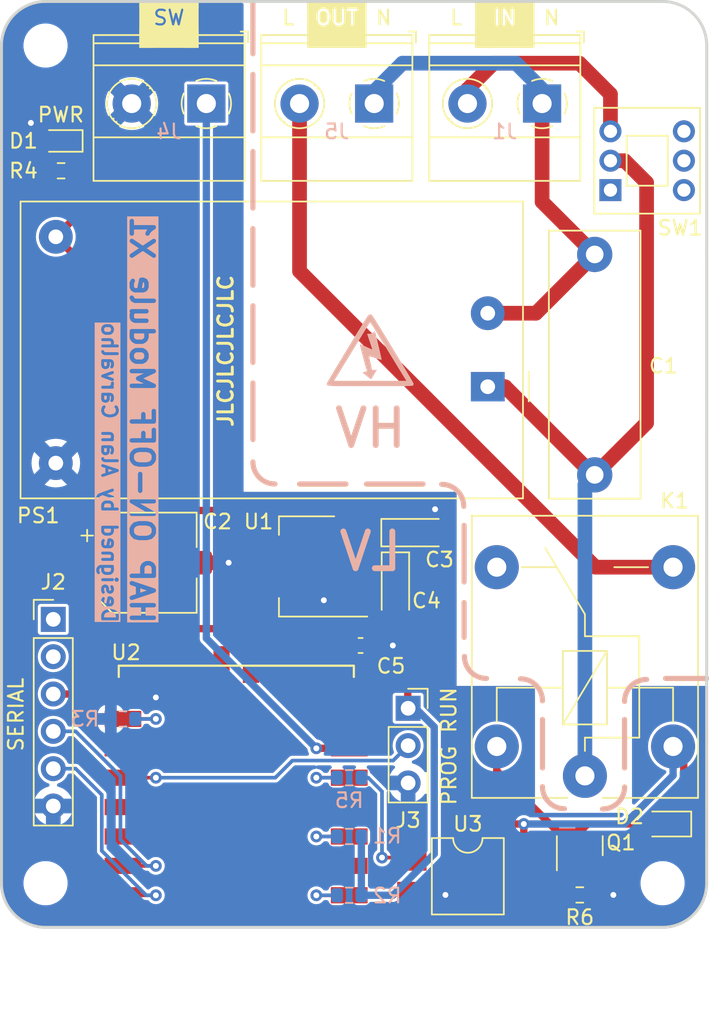
<source format=kicad_pcb>
(kicad_pcb (version 20221018) (generator pcbnew)
  (title_block (title "ON-OFF Module X1") (date "2024-05-02") (rev "1.0") (company "Alan Carvalho"))
  (layers (0 "F.Cu" signal) (31 "B.Cu" signal) (34 "B.Paste" user) (35 "F.Paste" user) (36 "B.SilkS" user "B.Silkscreen") (37 "F.SilkS" user "F.Silkscreen") (38 "B.Mask" user) (39 "F.Mask" user) (44 "Edge.Cuts" user))
  (net 0 "")
  (net 1 "LINE")
  (net 2 "NEUT")
  (net 3 "+12V")
  (net 4 "GND")
  (net 5 "+3.3V")
  (net 6 "SWITCH")
  (net 7 "Net-(D1-A)")
  (net 8 "Net-(D2-A)")
  (net 10 "OUT")
  (net 11 "Net-(J1-Pin_2)")
  (net 14 "TX")
  (net 15 "RX")
  (net 17 "RELAY")
  (net 18 "Net-(Q1-G)")
  (net 19 "Net-(U2-CH_PD)")
  (net 20 "Net-(U2-REST)")
  (net 21 "Net-(U2-GPIO15)")
  (net 22 "FLASH")
  (net 24 "Net-(R5-Pad1)")
  (footprint "Capacitor_SMD:C_0603_1608Metric" (layer "F.Cu") (at 151.283 102.664198)
    (fp_text reference "C5" (at 2.068 1.397) (layer "F.SilkS"))
    (fp_text value "0.1uF" hide)
    (pad "1" smd roundrect (at -0.775 0) (size 0.9 0.95) (layers "F.Cu" "F.Paste" "F.Mask") (net 5 "+3.3V"))
    (pad "2" smd roundrect (at 0.775 0) (size 0.9 0.95) (layers "F.Cu" "F.Paste" "F.Mask") (net 4 "GND"))
  )
  (footprint "Package_TO_SOT_SMD:SOT-23" (layer "F.Cu") (at 166.202 116.289498 90)
    (fp_text reference "Q1" (at 0.208 2.794) (layer "F.SilkS"))
    (fp_text value "2N7002H" hide)
    (pad "1" smd roundrect (at -0.9375 -0.95 90) (size 1.475 0.6) (layers "F.Cu" "F.Paste" "F.Mask") (net 18 "Net-(Q1-G)"))
    (pad "2" smd roundrect (at -0.9375 0.95 90) (size 1.475 0.6) (layers "F.Cu" "F.Paste" "F.Mask") (net 4 "GND"))
    (pad "3" smd roundrect (at 0.9375 0 90) (size 1.475 0.6) (layers "F.Cu" "F.Paste" "F.Mask") (net 8 "Net-(D2-A)"))
  )
  (footprint "MountingHole:MountingHole_2.5mm" (layer "F.Cu") (at 129.837999 61.840352 90)
    (fp_text reference "REF**" hide)
    (fp_text value "MountingHole_2.5mm" hide)
    (pad "" np_thru_hole circle (at 0 0 90) (size 2.5 2.5) (drill 2.5) (layers "F&B.Cu" "*.Mask"))
  )
  (footprint "Diode_SMD:D_SOD-323F" (layer "F.Cu") (at 172.1795 114.811498 180)
    (fp_text reference "D2" (at 2.592 0.508) (layer "F.SilkS"))
    (fp_text value "1N4148" hide)
    (pad "1" smd roundrect (at -1.1 0 180) (size 0.5 0.5) (layers "F.Cu" "F.Paste" "F.Mask") (net 3 "+12V"))
    (pad "2" smd roundrect (at 1.1 0 180) (size 0.5 0.5) (layers "F.Cu" "F.Paste" "F.Mask") (net 8 "Net-(D2-A)"))
  )
  (footprint "Connector_PinSocket_2.54mm:PinSocket_1x03_P2.54mm_Vertical" (layer "F.Cu") (at 154.518 106.937498)
    (fp_text reference "J3" (at 0 7.62) (layer "F.SilkS"))
    (fp_text value "Conn_01x03_Socket" hide)
    (fp_text user "RUN" (at 2.769 0.127 90 unlocked) (layer "F.SilkS"))
    (fp_text user "PROG" (at 2.769 4.572 90 unlocked) (layer "F.SilkS"))
    (pad "1" thru_hole rect (at 0 0) (size 1.7 1.7) (drill 1) (layers "*.Cu" "*.Mask") (net 5 "+3.3V"))
    (pad "2" thru_hole oval (at 0 2.54) (size 1.7 1.7) (drill 1) (layers "*.Cu" "*.Mask") (net 22 "FLASH"))
    (pad "3" thru_hole oval (at 0 5.08) (size 1.7 1.7) (drill 1) (layers "*.Cu" "*.Mask") (net 4 "GND"))
  )
  (footprint "MountingHole:MountingHole_2.5mm" (layer "F.Cu") (at 171.837999 118.840352 -90)
    (fp_text reference "REF**" hide)
    (fp_text value "MountingHole_2.5mm" hide)
    (pad "" np_thru_hole circle (at 0 0 270) (size 2.5 2.5) (drill 2.5) (layers "F&B.Cu" "*.Mask"))
  )
  (footprint "LED_SMD:LED_0603_1608Metric" (layer "F.Cu") (at 130.876 68.329498 180)
    (fp_text reference "D1" (at 2.544 0 180) (layer "F.SilkS"))
    (fp_text value "LED" hide)
    (fp_text user "PWR" (at 0 1.778 unlocked) (layer "F.SilkS"))
    (pad "1" smd roundrect (at -0.7875 0 180) (size 0.875 0.95) (layers "F.Cu" "F.Paste" "F.Mask") (net 4 "GND"))
    (pad "2" smd roundrect (at 0.7875 0 180) (size 0.875 0.95) (layers "F.Cu" "F.Paste" "F.Mask") (net 7 "Net-(D1-A)"))
  )
  (footprint "Relay_THT:Relay_SPDT_Finder_36.11" (layer "F.Cu") (at 166.552 111.535498 90)
    (fp_text reference "K1" (at 18.718 6.096) (layer "F.SilkS"))
    (fp_text value "12V 5A" hide)
    (pad "11" thru_hole circle (at 0 0 90) (size 3 3) (drill 1.3) (layers "*.Cu" "*.Mask") (net 1 "LINE"))
    (pad "12" thru_hole circle (at 14.2 -6 90) (size 3 3) (drill 1.3) (layers "*.Cu" "*.Mask"))
    (pad "14" thru_hole circle (at 14.2 6 90) (size 3 3) (drill 1.3) (layers "*.Cu" "*.Mask") (net 10 "OUT"))
    (pad "A1" thru_hole circle (at 2 6 90) (size 3 3) (drill 1.3) (layers "*.Cu" "*.Mask") (net 3 "+12V"))
    (pad "A2" thru_hole circle (at 2 -6 90) (size 3 3) (drill 1.3) (layers "*.Cu" "*.Mask") (net 8 "Net-(D2-A)"))
  )
  (footprint "TerminalBlock_Phoenix:TerminalBlock_Phoenix_MKDS-1,5-2-5.08_1x02_P5.08mm_Horizontal" (layer "F.Cu") (at 140.783 65.786 180)
    (fp_text reference "J4" (at 2.545 -1.905 180) (layer "B.SilkS") (effects (justify mirror)))
    (fp_text value "Screw_Terminal_01x02" hide)
    (fp_text user "SW" (at 2.545 5.842 unlocked) (layer "F.SilkS" knockout))
    (pad "1" thru_hole rect (at 0 0 180) (size 2.6 2.6) (drill 1.3) (layers "*.Cu" "*.Mask") (net 6 "SWITCH"))
    (pad "2" thru_hole circle (at 5.08 0 180) (size 2.6 2.6) (drill 1.3) (layers "*.Cu" "*.Mask") (net 4 "GND"))
  )
  (footprint "Connector_PinHeader_2.54mm:PinHeader_1x06_P2.54mm_Vertical" (layer "F.Cu") (at 130.364 100.886198)
    (fp_text reference "J2" (at 0 -2.54) (layer "F.SilkS"))
    (fp_text value "Conn_01x06_Socket" hide)
    (fp_text user "SERIAL" (at -2.54 6.477 90 unlocked) (layer "F.SilkS"))
    (pad "1" thru_hole rect (at 0 0) (size 1.7 1.7) (drill 1) (layers "*.Cu" "*.Mask"))
    (pad "2" thru_hole oval (at 0 2.54) (size 1.7 1.7) (drill 1) (layers "*.Cu" "*.Mask"))
    (pad "3" thru_hole oval (at 0 5.08) (size 1.7 1.7) (drill 1) (layers "*.Cu" "*.Mask") (net 5 "+3.3V"))
    (pad "4" thru_hole oval (at 0 7.62) (size 1.7 1.7) (drill 1) (layers "*.Cu" "*.Mask") (net 14 "TX"))
    (pad "5" thru_hole oval (at 0 10.16) (size 1.7 1.7) (drill 1) (layers "*.Cu" "*.Mask") (net 15 "RX"))
    (pad "6" thru_hole oval (at 0 12.7) (size 1.7 1.7) (drill 1) (layers "*.Cu" "*.Mask") (net 4 "GND"))
  )
  (footprint "TerminalBlock_Phoenix:TerminalBlock_Phoenix_MKDS-1,5-2-5.08_1x02_P5.08mm_Horizontal" (layer "F.Cu") (at 163.638 65.786 180)
    (fp_text reference "J1" (at 2.545 -1.905) (layer "B.SilkS") (effects (justify mirror)))
    (fp_text value "Screw_Terminal_01x02" hide)
    (fp_text user "N" (at -0.65119 5.842 unlocked) (layer "F.SilkS"))
    (fp_text user "IN" (at 2.545 5.842 unlocked) (layer "F.SilkS" knockout))
    (fp_text user "L" (at 5.850238 5.842 unlocked) (layer "F.SilkS"))
    (pad "1" thru_hole rect (at 0 0 180) (size 2.6 2.6) (drill 1.3) (layers "*.Cu" "*.Mask") (net 2 "NEUT"))
    (pad "2" thru_hole circle (at 5.08 0 180) (size 2.6 2.6) (drill 1.3) (layers "*.Cu" "*.Mask") (net 11 "Net-(J1-Pin_2)"))
  )
  (footprint "Package_TO_SOT_SMD:SOT-223-3_TabPin2" (layer "F.Cu") (at 147.636 97.285498 180)
    (fp_text reference "U1" (at 3.302001 3.048) (layer "F.SilkS"))
    (fp_text value "AMS1117-3.3" hide)
    (pad "1" smd rect (at -3.15 -2.3 180) (size 2 1.5) (layers "F.Cu" "F.Paste" "F.Mask") (net 4 "GND"))
    (pad "2" smd rect (at -3.15 0 180) (size 2 1.5) (layers "F.Cu" "F.Paste" "F.Mask") (net 5 "+3.3V"))
    (pad "2" smd rect (at 3.15 0 180) (size 2 3.8) (layers "F.Cu" "F.Paste" "F.Mask") (net 5 "+3.3V"))
    (pad "3" smd rect (at -3.15 2.3 180) (size 2 1.5) (layers "F.Cu" "F.Paste" "F.Mask") (net 3 "+12V"))
  )
  (footprint "Resistor_SMD:R_0603_1608Metric" (layer "F.Cu") (at 166.202 119.637498)
    (fp_text reference "R6" (at 0 1.524 180) (layer "F.SilkS"))
    (fp_text value "10k" hide)
    (pad "1" smd roundrect (at -0.825 0) (size 0.8 0.95) (layers "F.Cu" "F.Paste" "F.Mask") (net 18 "Net-(Q1-G)"))
    (pad "2" smd roundrect (at 0.825 0) (size 0.8 0.95) (layers "F.Cu" "F.Paste" "F.Mask") (net 4 "GND"))
  )
  (footprint "Capacitor_Tantalum_SMD:CP_EIA-3216-18_Kemet-A" (layer "F.Cu") (at 153.652 98.635498 -90)
    (fp_text reference "C4" (at 0.9807 -2.112 -180) (layer "F.SilkS"))
    (fp_text value "10uF" hide)
    (pad "1" smd roundrect (at -1.35 0 270) (size 1.4 1.35) (layers "F.Cu" "F.Paste" "F.Mask") (roundrect_rratio 0.1851851852) (net 5 "+3.3V"))
    (pad "2" smd roundrect (at 1.35 0 270) (size 1.4 1.35) (layers "F.Cu" "F.Paste" "F.Mask") (roundrect_rratio 0.1851851852) (net 4 "GND"))
  )
  (footprint "ESP8266:ESP-12E_SMD" (layer "F.Cu") (at 149.808 119.660998 180)
    (fp_text reference "U2" (at 14.493 16.524 180) (layer "F.SilkS"))
    (fp_text value "ESP-12E" hide)
    (pad "1" smd rect (at 0 0 180) (size 2.5 1.1) (drill (offset -0.7 0)) (layers "F.Cu" "F.Paste" "F.Mask") (net 20 "Net-(U2-REST)"))
    (pad "2" smd rect (at 0 2 180) (size 2.5 1.1) (drill (offset -0.7 0)) (layers "F.Cu" "F.Paste" "F.Mask"))
    (pad "3" smd rect (at 0 4 180) (size 2.5 1.1) (drill (offset -0.7 0)) (layers "F.Cu" "F.Paste" "F.Mask") (net 19 "Net-(U2-CH_PD)"))
    (pad "4" smd rect (at 0 6 180) (size 2.5 1.1) (drill (offset -0.7 0)) (layers "F.Cu" "F.Paste" "F.Mask"))
    (pad "5" smd rect (at 0 8 180) (size 2.5 1.1) (drill (offset -0.7 0)) (layers "F.Cu" "F.Paste" "F.Mask") (net 17 "RELAY"))
    (pad "6" smd rect (at 0 10 180) (size 2.5 1.1) (drill (offset -0.7 0)) (layers "F.Cu" "F.Paste" "F.Mask") (net 6 "SWITCH"))
    (pad "7" smd rect (at 0 12 180) (size 2.5 1.1) (drill (offset -0.7 0)) (layers "F.Cu" "F.Paste" "F.Mask"))
    (pad "8" smd rect (at 0 14 180) (size 2.5 1.1) (drill (offset -0.7 0)) (layers "F.Cu" "F.Paste" "F.Mask") (net 5 "+3.3V"))
    (pad "9" smd rect (at 14 14 180) (size 2.5 1.1) (drill (offset 0.7 0)) (layers "F.Cu" "F.Paste" "F.Mask") (net 4 "GND"))
    (pad "10" smd rect (at 14 12 180) (size 2.5 1.1) (drill (offset 0.7 0)) (layers "F.Cu" "F.Paste" "F.Mask") (net 21 "Net-(U2-GPIO15)"))
    (pad "11" smd rect (at 14 10 180) (size 2.5 1.1) (drill (offset 0.7 0)) (layers "F.Cu" "F.Paste" "F.Mask"))
    (pad "12" smd rect (at 14 8 180) (size 2.5 1.1) (drill (offset 0.7 0)) (layers "F.Cu" "F.Paste" "F.Mask") (net 22 "FLASH"))
    (pad "13" smd rect (at 14 6 180) (size 2.5 1.1) (drill (offset 0.7 0)) (layers "F.Cu" "F.Paste" "F.Mask"))
    (pad "14" smd rect (at 14 4 180) (size 2.5 1.1) (drill (offset 0.7 0)) (layers "F.Cu" "F.Paste" "F.Mask"))
    (pad "15" smd rect (at 14 2 180) (size 2.5 1.1) (drill (offset 0.7 0)) (layers "F.Cu" "F.Paste" "F.Mask") (net 14 "TX"))
    (pad "16" smd rect (at 14 0 180) (size 2.5 1.1) (drill (offset 0.7 0)) (layers "F.Cu" "F.Paste" "F.Mask") (net 15 "RX"))
    (pad "17" smd rect (at 1.99 15 270) (size 2.5 1.1) (drill (offset -0.7 0)) (layers "F.Cu" "F.Paste" "F.Mask"))
    (pad "18" smd rect (at 3.99 15 270) (size 2.5 1.1) (drill (offset -0.7 0)) (layers "F.Cu" "F.Paste" "F.Mask"))
    (pad "19" smd rect (at 5.99 15 270) (size 2.5 1.1) (drill (offset -0.7 0)) (layers "F.Cu" "F.Paste" "F.Mask"))
    (pad "20" smd rect (at 7.99 15 270) (size 2.5 1.1) (drill (offset -0.7 0)) (layers "F.Cu" "F.Paste" "F.Mask"))
    (pad "21" smd rect (at 9.99 15 270) (size 2.5 1.1) (drill (offset -0.7 0)) (layers "F.Cu" "F.Paste" "F.Mask"))
    (pad "22" smd rect (at 11.99 15 270) (size 2.5 1.1) (drill (offset -0.7 0)) (layers "F.Cu" "F.Paste" "F.Mask"))
  )
  (footprint "Capacitor_THT:C_Rect_L18.0mm_W6.0mm_P15.00mm_FKS3_FKP3" (layer "F.Cu") (at 167.218 91.053498 90)
    (fp_text reference "C1" (at 7.42 4.674) (layer "F.SilkS"))
    (fp_text value "0.1uF" hide)
    (pad "1" thru_hole circle (at 0 0 90) (size 2.4 2.4) (drill 1.2) (layers "*.Cu" "*.Mask") (net 1 "LINE"))
    (pad "2" thru_hole circle (at 15 0 90) (size 2.4 2.4) (drill 1.2) (layers "*.Cu" "*.Mask") (net 2 "NEUT"))
  )
  (footprint "Package_DIP:SMDIP-4_W7.62mm" (layer "F.Cu") (at 158.582 118.367498)
    (fp_text reference "U3" (at 0 -3.556 180) (layer "F.SilkS"))
    (fp_text value "PC817" hide)
    (pad "1" smd rect (at -3.81 -1.27) (size 2 1.78) (layers "F.Cu" "F.Paste" "F.Mask") (net 24 "Net-(R5-Pad1)"))
    (pad "2" smd rect (at -3.81 1.27) (size 2 1.78) (layers "F.Cu" "F.Paste" "F.Mask") (net 4 "GND"))
    (pad "3" smd rect (at 3.81 1.27) (size 2 1.78) (layers "F.Cu" "F.Paste" "F.Mask") (net 18 "Net-(Q1-G)"))
    (pad "4" smd rect (at 3.81 -1.27) (size 2 1.78) (layers "F.Cu" "F.Paste" "F.Mask") (net 3 "+12V"))
  )
  (footprint "Converter_ACDC:Converter_ACDC_HiLink_HLK-PMxx" (layer "F.Cu") (at 159.9365 85.053498 180)
    (fp_text reference "PS1" (at 30.5965 -8.772) (layer "F.SilkS"))
    (fp_text value "HLK-PM12" hide)
    (pad "1" thru_hole rect (at 0 0 180) (size 2.3 2) (drill 1) (layers "*.Cu" "*.Mask") (net 1 "LINE"))
    (pad "2" thru_hole circle (at 0 5 180) (size 2.3 2.3) (drill 1) (layers "*.Cu" "*.Mask") (net 2 "NEUT"))
    (pad "3" thru_hole circle (at 29.4 -5.2 180) (size 2.3 2.3) (drill 1) (layers "*.Cu" "*.Mask") (net 4 "GND"))
    (pad "4" thru_hole circle (at 29.4 10.2 180) (size 2.3 2.3) (drill 1) (layers "*.Cu" "*.Mask") (net 3 "+12V"))
  )
  (footprint "Capacitor_Tantalum_SMD:CP_EIA-3216-18_Kemet-A" (layer "F.Cu") (at 155.002 94.985499)
    (fp_text reference "C3" (at 1.651 1.836699) (layer "F.SilkS"))
    (fp_text value "10uF" hide)
    (pad "1" smd roundrect (at -1.35 0) (size 1.4 1.35) (layers "F.Cu" "F.Paste" "F.Mask") (roundrect_rratio 0.1851851852) (net 3 "+12V"))
    (pad "2" smd roundrect (at 1.35 0) (size 1.4 1.35) (layers "F.Cu" "F.Paste" "F.Mask") (roundrect_rratio 0.1851851852) (net 4 "GND"))
  )
  (footprint "TerminalBlock_Phoenix:TerminalBlock_Phoenix_MKDS-1,5-2-5.08_1x02_P5.08mm_Horizontal" (layer "F.Cu") (at 152.208 65.786 180)
    (fp_text reference "J5" (at 2.545 -1.905) (layer "B.SilkS") (effects (justify mirror)))
    (fp_text value "Screw_Terminal_01x02" hide)
    (fp_text user "N" (at -0.65119 5.842 unlocked) (layer "F.SilkS"))
    (fp_text user "L" (at 5.850238 5.842 unlocked) (layer "F.SilkS"))
    (fp_text user "OUT" (at 2.545 5.842 unlocked) (layer "F.SilkS" knockout))
    (pad "1" thru_hole rect (at 0 0 180) (size 2.6 2.6) (drill 1.3) (layers "*.Cu" "*.Mask") (net 2 "NEUT"))
    (pad "2" thru_hole circle (at 5.08 0 180) (size 2.6 2.6) (drill 1.3) (layers "*.Cu" "*.Mask") (net 10 "OUT"))
  )
  (footprint "MountingHole:MountingHole_2.5mm" (layer "F.Cu") (at 129.837999 118.840352 90)
    (fp_text reference "REF**" hide)
    (fp_text value "MountingHole_2.5mm" hide)
    (pad "" np_thru_hole circle (at 0 0 90) (size 2.5 2.5) (drill 2.5) (layers "*.Cu" "*.Mask"))
  )
  (footprint "MountingHole:MountingHole_2.5mm" (layer "F.Cu") (at 171.837999 61.840352 -90)
    (fp_text reference "REF**" hide)
    (fp_text value "MountingHole_2.5mm" hide)
    (pad "" np_thru_hole circle (at 0 0 270) (size 2.5 2.5) (drill 2.5) (layers "F&B.Cu" "*.Mask"))
  )
  (footprint "Capacitor_SMD:CP_Elec_6.3x7.7" (layer "F.Cu") (at 136.714 97.031498)
    (fp_text reference "C2" (at 4.826 -2.794) (layer "F.SilkS"))
    (fp_text value "100uF" hide)
    (pad "1" smd roundrect (at -2.7 0) (size 3.5 1.6) (layers "F.Cu" "F.Paste" "F.Mask") (roundrect_rratio 0.15625) (net 3 "+12V"))
    (pad "2" smd roundrect (at 2.7 0) (size 3.5 1.6) (layers "F.Cu" "F.Paste" "F.Mask") (roundrect_rratio 0.15625) (net 4 "GND"))
  )
  (footprint "Resistor_SMD:R_0603_1608Metric" (layer "F.Cu") (at 130.896 70.361498)
    (fp_text reference "R4" (at -2.564 0) (layer "F.SilkS"))
    (fp_text value "2.2k" hide)
    (pad "1" smd roundrect (at -0.825 0) (size 0.8 0.95) (layers "F.Cu" "F.Paste" "F.Mask") (net 7 "Net-(D1-A)"))
    (pad "2" smd roundrect (at 0.825 0) (size 0.8 0.95) (layers "F.Cu" "F.Paste" "F.Mask") (net 3 "+12V"))
  )
  (footprint "MyLibrary:Toggle_Switch_SelfLocking_7x7" (layer "F.Cu") (at 170.79 69.676198 90)
    (fp_text reference "SW1" (at -4.572 2.246 unlocked) (layer "F.SilkS"))
    (fp_text value "SW_SPDT" hide)
    (pad "1" thru_hole rect (at -2 -2.5 90) (size 1.5 1.5) (drill 0.9) (layers "*.Cu" "*.Mask"))
    (pad "2" thru_hole circle (at 0 -2.5 90) (size 1.5 1.5) (drill 0.9) (layers "*.Cu" "*.Mask") (net 1 "LINE"))
    (pad "3" thru_hole circle (at 2 -2.5 90) (size 1.5 1.5) (drill 0.9) (layers "*.Cu" "*.Mask") (net 11 "Net-(J1-Pin_2)"))
    (pad "4" thru_hole circle (at -2 2.5 90) (size 1.5 1.5) (drill 0.9) (layers "*.Cu" "*.Mask"))
    (pad "5" thru_hole circle (at 0 2.5 90) (size 1.5 1.5) (drill 0.9) (layers "*.Cu" "*.Mask"))
    (pad "6" thru_hole circle (at 2 2.5 90) (size 1.5 1.5) (drill 0.9) (layers "*.Cu" "*.Mask"))
  )
  (footprint "Resistor_SMD:R_0603_1608Metric" (layer "B.Cu") (at 150.508 111.661003 180)
    (fp_text reference "R5" (at 0 -1.544195 180) (layer "B.SilkS") (effects (justify mirror)))
    (fp_text value "390" hide)
    (pad "1" smd roundrect (at -0.825 0 180) (size 0.8 0.95) (layers "B.Cu" "B.Paste" "B.Mask") (net 24 "Net-(R5-Pad1)"))
    (pad "2" smd roundrect (at 0.825 0 180) (size 0.8 0.95) (layers "B.Cu" "B.Paste" "B.Mask") (net 17 "RELAY"))
  )
  (footprint "Resistor_SMD:R_0603_1608Metric" (layer "B.Cu") (at 150.508 119.661002 180)
    (fp_text reference "R2" (at -2.587 -0.025498 180) (layer "B.SilkS") (effects (justify mirror)))
    (fp_text value "10k" hide)
    (pad "1" smd roundrect (at -0.825 0 180) (size 0.8 0.95) (layers "B.Cu" "B.Paste" "B.Mask") (net 5 "+3.3V"))
    (pad "2" smd roundrect (at 0.825 0 180) (size 0.8 0.95) (layers "B.Cu" "B.Paste" "B.Mask") (net 20 "Net-(U2-REST)"))
  )
  (footprint "LOGO" (layer "B.Cu") (at 151.954 82.553498 180)
    (fp_text reference "G***" hide)
    (fp_text value "LOGO" hide)
  )
  (footprint "Resistor_SMD:R_0603_1608Metric" (layer "B.Cu") (at 135.108 107.661004 180)
    (fp_text reference "R3" (at 2.587 0 180) (layer "B.SilkS") (effects (justify mirror)))
    (fp_text value "10k" hide)
    (pad "1" smd roundrect (at -0.825 0 180) (size 0.8 0.95) (layers "B.Cu" "B.Paste" "B.Mask") (net 21 "Net-(U2-GPIO15)"))
    (pad "2" smd roundrect (at 0.825 0 180) (size 0.8 0.95) (layers "B.Cu" "B.Paste" "B.Mask") (net 4 "GND"))
  )
  (footprint "Resistor_SMD:R_0603_1608Metric" (layer "B.Cu") (at 150.508 115.661005 180)
    (fp_text reference "R1" (at -2.587 0.038505 180) (layer "B.SilkS") (effects (justify mirror)))
    (fp_text value "10k" hide)
    (pad "1" smd roundrect (at -0.825 0 180) (size 0.8 0.95) (layers "B.Cu" "B.Paste" "B.Mask") (net 5 "+3.3V"))
    (pad "2" smd roundrect (at 0.825 0 180) (size 0.8 0.95) (layers "B.Cu" "B.Paste" "B.Mask") (net 19 "Net-(U2-CH_PD)"))
  )
  (gr_line (start 169.25 107.699498) (end 169.25 111.001498) (stroke (width 0.35) (type dash)) (layer "B.SilkS"))
  (gr_arc (start 145.453 91.673498) (mid 144.39234 91.234158) (end 143.953 90.173498) (stroke (width 0.35)) (layer "B.SilkS"))
  (gr_arc (start 162.162 104.929498) (mid 163.22266 105.368838) (end 163.662 106.429498) (stroke (width 0.35)) (layer "B.SilkS"))
  (gr_line (start 158.328 94.491498) (end 158.328 102.111498) (stroke (width 0.35) (type dash)) (layer "B.SilkS"))
  (gr_line (start 163.662 107.699498) (end 163.662 111.001498) (stroke (width 0.35) (type dash)) (layer "B.SilkS"))
  (gr_arc (start 159.852 104.905498) (mid 158.79134 104.466158) (end 158.352 103.405498) (stroke (width 0.35)) (layer "B.SilkS"))
  (gr_arc (start 165.162 113.771498) (mid 164.10134 113.332158) (end 163.662 112.271498) (stroke (width 0.35)) (layer "B.SilkS"))
  (gr_line (start 155.534 91.673498) (end 147.128 91.673498) (stroke (width 0.35) (type dash)) (layer "B.SilkS"))
  (gr_arc (start 156.804 91.697498) (mid 157.86466 92.136838) (end 158.304 93.197498) (stroke (width 0.35)) (layer "B.SilkS"))
  (gr_arc (start 169.25 112.295498) (mid 168.81066 113.356158) (end 167.75 113.795498) (stroke (width 0.35)) (layer "B.SilkS"))
  (gr_line (start 143.953 88.649498) (end 143.953 58.931498) (stroke (width 0.35) (type dash)) (layer "B.SilkS"))
  (gr_arc (start 169.25 106.474144) (mid 169.689353 105.413483) (end 170.75 104.974144) (stroke (width 0.35)) (layer "B.SilkS"))
  (gr_line (start 172.044 104.905498) (end 174.838 104.905498) (stroke (width 0.35) (type dash)) (layer "B.SilkS"))
  (gr_line (start 163.662 107.699498) (end 163.662 111.001498) (stroke (width 0.35) (type dash)) (layer "F.SilkS"))
  (gr_line (start 169.25 107.699498) (end 169.25 111.001498) (stroke (width 0.35) (type dash)) (layer "F.SilkS"))
  (gr_rect (start 151.1997 58.823798) (end 151.6569 61.973398) (stroke (width 0.05)) (fill solid) (layer "F.SilkS"))
  (gr_rect (start 159.0991 60.601798) (end 163.0869 61.973398) (stroke (width 0.05)) (fill solid) (layer "F.SilkS"))
  (gr_rect (start 139.3175 58.823798) (end 140.2319 61.973398) (stroke (width 0.05)) (fill solid) (layer "F.SilkS"))
  (gr_arc (start 159.852 104.905498) (mid 158.79134 104.466158) (end 158.352 103.405498) (stroke (width 0.35)) (layer "F.SilkS"))
  (gr_rect (start 136.2441 58.823798) (end 137.2093 61.973398) (stroke (width 0.05)) (fill solid) (layer "F.SilkS"))
  (gr_line (start 158.328 94.491498) (end 158.328 102.111498) (stroke (width 0.35) (type dash)) (layer "F.SilkS"))
  (gr_arc (start 145.453 91.673498) (mid 144.39234 91.234158) (end 143.953 90.173498) (stroke (width 0.35)) (layer "F.SilkS"))
  (gr_rect (start 159.0991 58.823798) (end 160.3691 61.973398) (stroke (width 0.05)) (fill solid) (layer "F.SilkS"))
  (gr_arc (start 165.162 113.771498) (mid 164.10134 113.332158) (end 163.662 112.271498) (stroke (width 0.35)) (layer "F.SilkS"))
  (gr_rect (start 159.0991 58.823798) (end 163.0869 59.280998) (stroke (width 0.05)) (fill solid) (layer "F.SilkS"))
  (gr_rect (start 147.6691 58.823798) (end 151.6569 59.280998) (stroke (width 0.05)) (fill solid) (layer "F.SilkS"))
  (gr_arc (start 162.162 104.929498) (mid 163.22266 105.368838) (end 163.662 106.429498) (stroke (width 0.35)) (layer "F.SilkS"))
  (gr_line (start 172.044 104.905498) (end 174.838 104.905498) (stroke (width 0.35) (type dash)) (layer "F.SilkS"))
  (gr_arc (start 156.804 91.697498) (mid 157.86466 92.136838) (end 158.304 93.197498) (stroke (width 0.35)) (layer "F.SilkS"))
  (gr_line (start 155.534 91.697498) (end 147.128 91.697498) (stroke (width 0.35) (type dash)) (layer "F.SilkS"))
  (gr_rect (start 136.2441 58.823798) (end 140.2319 59.280998) (stroke (width 0.05)) (fill solid) (layer "F.SilkS"))
  (gr_arc (start 169.25 106.474144) (mid 169.689353 105.413483) (end 170.75 104.974144) (stroke (width 0.35)) (layer "F.SilkS"))
  (gr_rect (start 136.2441 60.601798) (end 140.2319 61.973398) (stroke (width 0.05)) (fill solid) (layer "F.SilkS"))
  (gr_rect (start 161.8169 58.823798) (end 163.0869 61.973398) (stroke (width 0.05)) (fill solid) (layer "F.SilkS"))
  (gr_rect (start 147.6691 58.823798) (end 148.2279 61.973398) (stroke (width 0.05)) (fill solid) (layer "F.SilkS"))
  (gr_line (start 143.953 88.649498) (end 143.953 58.931498) (stroke (width 0.35) (type dash)) (layer "F.SilkS"))
  (gr_rect (start 147.6691 60.601798) (end 151.6569 61.973398) (stroke (width 0.05)) (fill solid) (layer "F.SilkS"))
  (gr_arc (start 169.25 112.271498) (mid 168.81066 113.332158) (end 167.75 113.771498) (stroke (width 0.35)) (layer "F.SilkS"))
  (gr_line (start 129.837999 58.840352) (end 171.843033 58.840352) (stroke (width 0.2)) (layer "Edge.Cuts"))
  (gr_arc (start 129.837999 121.840352) (mid 127.716656 120.961695) (end 126.837999 118.840352) (stroke (width 0.2)) (layer "Edge.Cuts"))
  (gr_line (start 126.837999 118.840352) (end 126.837999 61.840352) (stroke (width 0.2)) (layer "Edge.Cuts"))
  (gr_line (start 129.837999 121.840352) (end 171.838 121.840352) (stroke (width 0.2)) (layer "Edge.Cuts"))
  (gr_line (start 174.843033 61.840352) (end 174.838 118.840352) (stroke (width 0.2)) (layer "Edge.Cuts"))
  (gr_arc (start 171.843033 58.840352) (mid 173.964376 59.719009) (end 174.843033 61.840352) (stroke (width 0.2)) (layer "Edge.Cuts"))
  (gr_arc (start 126.837999 61.840352) (mid 127.716656 59.719009) (end 129.837999 58.840352) (stroke (width 0.2)) (layer "Edge.Cuts"))
  (gr_arc (start 174.838 118.840352) (mid 173.959337 120.961702) (end 171.838 121.840352) (stroke (width 0.2)) (layer "Edge.Cuts"))
  (gr_text "LV" (at 151.954 96.269498) (layer "B.SilkS") (effects (font (size 2.5 2.5) (thickness 0.4) bold) (justify mirror)))
  (gr_text "HV" (at 151.954 87.887498) (layer "B.SilkS") (effects (font (size 2.5 2.5) (thickness 0.4) bold) (justify mirror)))
  (gr_text "Designed by Alan Carvalho" (at 133.592857 101.221927 270) (layer "B.SilkS" knockout) (effects (font (size 1 1) (thickness 0.2) bold) (justify left bottom mirror)))
  (gr_text "HAP ON-OFF Module X1" (at 136.386857 87.314212 270) (layer "B.SilkS" knockout) (effects (font (size 1.5 1.5) (thickness 0.3) bold) (justify mirror)))
  (gr_text "JLCJLCJLCJLC" (at 142.683 87.896356 90) (layer "F.SilkS") (effects (font (size 1 1) (thickness 0.2) bold) (justify left bottom)))
  (segment (start 169.258 69.676198) (end 170.75 71.168198) (width 1) (layer "F.Cu") (net 1))
  (segment (start 170.75 87.521498) (end 167.218 91.053498) (width 1) (layer "F.Cu") (net 1))
  (segment (start 168.29 69.676198) (end 169.258 69.676198) (width 1) (layer "F.Cu") (net 1))
  (segment (start 161.11565 85.053498) (end 167.11565 91.053498) (width 1) (layer "F.Cu") (net 1))
  (segment (start 159.9365 85.053498) (end 161.11565 85.053498) (width 1) (layer "F.Cu") (net 1))
  (segment (start 167.11565 91.053498) (end 167.218 91.053498) (width 1) (layer "F.Cu") (net 1))
  (segment (start 170.75 71.168198) (end 170.75 87.521498) (width 1) (layer "F.Cu") (net 1))
  (segment (start 166.552 91.719498) (end 167.218 91.053498) (width 1) (layer "B.Cu") (net 1))
  (segment (start 166.552 111.535498) (end 166.552 91.719498) (width 1) (layer "B.Cu") (net 1))
  (segment (start 163.218 80.053498) (end 167.218 76.053498) (width 1) (layer "F.Cu") (net 2))
  (segment (start 159.9365 80.053498) (end 163.218 80.053498) (width 1) (layer "F.Cu") (net 2))
  (segment (start 163.638 72.473498) (end 167.218 76.053498) (width 1) (layer "F.Cu") (net 2))
  (segment (start 163.638 66.043498) (end 163.638 72.473498) (width 1) (layer "F.Cu") (net 2))
  (segment (start 163.638 64.818198) (end 161.86 63.040198) (width 1) (layer "B.Cu") (net 2))
  (segment (start 152.208 64.962) (end 152.208 65.786) (width 1) (layer "B.Cu") (net 2))
  (segment (start 163.638 66.043498) (end 163.638 64.818198) (width 1) (layer "B.Cu") (net 2))
  (segment (start 154.129802 63.040198) (end 152.208 64.962) (width 1) (layer "B.Cu") (net 2))
  (segment (start 161.86 63.040198) (end 154.129802 63.040198) (width 1) (layer "B.Cu") (net 2))
  (segment (start 173.2795 114.811498) (end 173.2795 110.262998) (width 0.5) (layer "F.Cu") (net 3))
  (segment (start 162.392 117.097498) (end 162.392 114.811498) (width 0.5) (layer "F.Cu") (net 3))
  (segment (start 130.5365 74.853498) (end 134.014 78.330998) (width 0.5) (layer "F.Cu") (net 3))
  (segment (start 131.721 73.668998) (end 130.5365 74.853498) (width 0.5) (layer "F.Cu") (net 3))
  (segment (start 134.014 97.031498) (end 137.57 93.475498) (width 0.5) (layer "F.Cu") (net 3))
  (segment (start 134.014 78.330998) (end 134.014 97.031498) (width 0.5) (layer "F.Cu") (net 3))
  (segment (start 150.786001 94.985499) (end 153.652 94.985499) (width 0.5) (layer "F.Cu") (net 3))
  (segment (start 153.652 94.202198) (end 153.652 94.985499) (width 0.5) (layer "F.Cu") (net 3))
  (segment (start 160.36 114.811498) (end 157.312 111.763498) (width 0.5) (layer "F.Cu") (net 3))
  (segment (start 150.786 94.985498) (end 150.786001 94.985499) (width 0.5) (layer "F.Cu") (net 3))
  (segment (start 157.312 111.763498) (end 157.312 98.497198) (width 0.5) (layer "F.Cu") (net 3))
  (segment (start 173.2795 110.262998) (end 172.552 109.535498) (width 0.5) (layer "F.Cu") (net 3))
  (segment (start 137.57 93.475498) (end 152.9253 93.475498) (width 0.5) (layer "F.Cu") (net 3))
  (segment (start 131.721 70.361498) (end 131.721 73.668998) (width 0.5) (layer "F.Cu") (net 3))
  (segment (start 153.800301 94.985499) (end 153.652 94.985499) (width 0.5) (layer "F.Cu") (net 3))
  (segment (start 152.9253 93.475498) (end 153.652 94.202198) (width 0.5) (layer "F.Cu") (net 3))
  (segment (start 157.312 98.497198) (end 153.800301 94.985499) (width 0.5) (layer "F.Cu") (net 3))
  (segment (start 173.2795 110.612998) (end 172.202 109.535498) (width 0.5) (layer "F.Cu") (net 3))
  (segment (start 162.392 114.811498) (end 160.36 114.811498) (width 0.5) (layer "F.Cu") (net 3))
  (via (at 162.392 114.811498) (size 0.8) (drill 0.4) (layers "F.Cu" "B.Cu") (net 3))
  (segment (start 162.392 114.811498) (end 169.25 114.811498) (width 0.5) (layer "B.Cu") (net 3))
  (segment (start 169.25 114.811498) (end 172.552 111.509498) (width 0.5) (layer "B.Cu") (net 3))
  (segment (start 172.552 111.509498) (end 172.552 109.535498) (width 0.5) (layer "B.Cu") (net 3))
  (segment (start 140.708 97.031498) (end 142.302 97.031498) (width 1) (layer "F.Cu") (net 4))
  (segment (start 153.252 99.585498) (end 153.652 99.985498) (width 0.5) (layer "F.Cu") (net 4))
  (segment (start 167.027 119.637498) (end 168.488 119.637498) (width 0.5) (layer "F.Cu") (net 4))
  (segment (start 130.4382 67.104198) (end 131.6635 68.329498) (width 0.25) (layer "F.Cu") (net 4))
  (segment (start 148.779 99.585499) (end 150.786 99.585498) (width 0.5) (layer "F.Cu") (net 4))
  (segment (start 150.786 99.585498) (end 153.252 99.585498) (width 0.5) (layer "F.Cu") (net 4))
  (segment (start 135.808 105.660998) (end 136.808997 105.660998) (width 0.25) (layer "F.Cu") (net 4))
  (segment (start 154.772 119.637498) (end 157.058 119.637498) (width 0.5) (layer "F.Cu") (net 4))
  (segment (start 153.478 102.664198) (end 152.058 102.664198) (width 0.5) (layer "F.Cu") (net 4))
  (segment (start 167.152 117.226998) (end 167.152 119.512498) (width 0.5) (layer "F.Cu") (net 4))
  (segment (start 136.808997 105.660998) (end 137.346999 106.199) (width 0.25) (layer "F.Cu") (net 4))
  (segment (start 167.152 119.512498) (end 167.027 119.637498) (width 0.5) (layer "F.Cu") (net 4))
  (segment (start 128.84 67.104198) (end 130.4382 67.104198) (width 0.25) (layer "F.Cu") (net 4))
  (segment (start 156.352 93.393198) (end 156.352 94.985499) (width 0.5) (layer "F.Cu") (net 4))
  (via (at 148.779 99.585499) (size 0.8) (drill 0.4) (layers "F.Cu" "B.Cu") (net 4))
  (via (at 157.058 119.637498) (size 0.8) (drill 0.4) (layers "F.Cu" "B.Cu") (net 4))
  (via (at 128.84 67.104198) (size 0.8) (drill 0.4) (layers "F.Cu" "B.Cu") (net 4))
  (via (at 156.352 93.393198) (size 0.8) (drill 0.4) (layers "F.Cu" "B.Cu") (net 4))
  (via (at 153.478 102.664198) (size 0.8) (drill 0.4) (layers "F.Cu" "B.Cu") (net 4))
  (via (at 168.488 119.637498) (size 0.8) (drill 0.4) (layers "F.Cu" "B.Cu") (net 4))
  (via (at 142.302 97.031498) (size 0.8) (drill 0.4) (layers "F.Cu" "B.Cu") (net 4))
  (via (at 137.346999 106.199) (size 0.8) (drill 0.4) (layers "F.Cu" "B.Cu") (net 4))
  (segment (start 150.786 97.285498) (end 153.652 97.285498) (width 0.5) (layer "F.Cu") (net 5))
  (segment (start 150.508 102.234198) (end 149.795 101.521198) (width 0.5) (layer "F.Cu") (net 5))
  (segment (start 150.508 102.664198) (end 150.508 102.234198) (width 0.5) (layer "F.Cu") (net 5))
  (segment (start 150.508 102.078198) (end 151.065 101.521198) (width 0.5) (layer "F.Cu") (net 5))
  (segment (start 150.508 104.960998) (end 149.808 105.660998) (width 0.5) (layer "F.Cu") (net 5))
  (segment (start 151.065 101.521198) (end 155.002 101.521198) (width 0.5) (layer "F.Cu") (net 5))
  (segment (start 154.518 106.937498) (end 154.494 106.913498) (width 0.5) (layer "F.Cu") (net 5))
  (segment (start 150.508 102.664198) (end 150.508 102.078198) (width 0.5) (layer "F.Cu") (net 5))
  (segment (start 155.129 101.648198) (end 155.129 98.092198) (width 0.5) (layer "F.Cu") (net 5))
  (segment (start 144.486 97.285498) (end 150.786 97.285498) (width 0.5) (layer "F.Cu") (net 5))
  (segment (start 149.795 101.521198) (end 136.0583 101.521198) (width 0.5) (layer "F.Cu") (net 5))
  (segment (start 155.002 101.521198) (end 155.129 101.648198) (width 0.5) (layer "F.Cu") (net 5))
  (segment (start 131.6133 105.966198) (end 130.364 105.966198) (width 0.5) (layer "F.Cu") (net 5))
  (segment (start 154.494 102.283198) (end 155.129 101.648198) (width 0.5) (layer "F.Cu") (net 5))
  (segment (start 136.0583 101.521198) (end 131.6133 105.966198) (width 0.5) (layer "F.Cu") (net 5))
  (segment (start 150.508 102.664198) (end 150.508 104.960998) (width 0.5) (layer "F.Cu") (net 5))
  (segment (start 154.3223 97.285498) (end 153.652 97.285498) (width 0.5) (layer "F.Cu") (net 5))
  (segment (start 155.129 98.092198) (end 154.3223 97.285498) (width 0.5) (layer "F.Cu") (net 5))
  (segment (start 154.494 106.913498) (end 154.494 102.283198) (width 0.5) (layer "F.Cu") (net 5))
  (segment (start 151.333 115.661005) (end 151.333 119.661002) (width 0.5) (layer "B.Cu") (net 5))
  (segment (start 156.296 108.207498) (end 155.026 106.937498) (width 0.5) (layer "B.Cu") (net 5))
  (segment (start 155.026 106.937498) (end 154.518 106.937498) (width 0.5) (layer "B.Cu") (net 5))
  (segment (start 156.296 116.843498) (end 156.296 108.207498) (width 0.5) (layer "B.Cu") (net 5))
  (segment (start 151.333 119.661002) (end 153.478496 119.661002) (width 0.5) (layer "B.Cu") (net 5))
  (segment (start 153.478496 119.661002) (end 156.296 116.843498) (width 0.5) (layer "B.Cu") (net 5))
  (segment (start 148.269 109.661) (end 149.808 109.660999) (width 0.5) (layer "F.Cu") (net 6))
  (via (at 148.269 109.661) (size 0.8) (drill 0.4) (layers "F.Cu" "B.Cu") (net 6))
  (segment (start 140.783 102.175) (end 140.783 66.037198) (width 0.5) (layer "B.Cu") (net 6))
  (segment (start 148.269 109.661) (end 140.783 102.175) (width 0.5) (layer "B.Cu") (net 6))
  (segment (start 130.0885 70.343998) (end 130.071 70.361498) (width 0.25) (layer "F.Cu") (net 7))
  (segment (start 130.0885 68.329498) (end 130.0885 70.343998) (width 0.25) (layer "F.Cu") (net 7))
  (segment (start 160.552 111.193498) (end 160.552 109.535498) (width 0.5) (layer "F.Cu") (net 8))
  (segment (start 164.7105 115.351998) (end 160.552 111.193498) (width 0.5) (layer "F.Cu") (net 8))
  (segment (start 166.202 115.351998) (end 166.7425 114.811498) (width 0.5) (layer "F.Cu") (net 8))
  (segment (start 166.7425 114.811498) (end 171.0795 114.811498) (width 0.5) (layer "F.Cu") (net 8))
  (segment (start 166.202 115.351998) (end 164.7105 115.351998) (width 0.5) (layer "F.Cu") (net 8))
  (segment (start 172.202 97.335498) (end 167.268 97.335498) (width 1) (layer "F.Cu") (net 10))
  (segment (start 147.128 77.195498) (end 147.128 65.786) (width 1) (layer "F.Cu") (net 10))
  (segment (start 167.268 97.335498) (end 147.128 77.195498) (width 1) (layer "F.Cu") (net 10))
  (segment (start 158.558 66.043498) (end 158.558 64.818198) (width 1) (layer "F.Cu") (net 11))
  (segment (start 158.558 64.818198) (end 160.336 63.040198) (width 1) (layer "F.Cu") (net 11))
  (segment (start 168.29 65.152198) (end 168.29 67.676198) (width 1) (layer "F.Cu") (net 11))
  (segment (start 166.178 63.040198) (end 168.29 65.152198) (width 1) (layer "F.Cu") (net 11))
  (segment (start 160.336 63.040198) (end 166.178 63.040198) (width 1) (layer "F.Cu") (net 11))
  (segment (start 137.346996 117.660998) (end 137.346999 117.661001) (width 0.25) (layer "F.Cu") (net 14))
  (segment (start 135.808 117.660998) (end 137.346996 117.660998) (width 0.25) (layer "F.Cu") (net 14))
  (via (at 137.346999 117.661001) (size 0.8) (drill 0.4) (layers "F.Cu" "B.Cu") (net 14))
  (segment (start 137.346999 117.661001) (end 136.724803 117.661001) (width 0.25) (layer "B.Cu") (net 14))
  (segment (start 131.888 108.506198) (end 130.364 108.506198) (width 0.25) (layer "B.Cu") (net 14))
  (segment (start 136.724803 117.661001) (end 134.936 115.872198) (width 0.25) (layer "B.Cu") (net 14))
  (segment (start 134.936 111.554198) (end 131.888 108.506198) (width 0.25) (layer "B.Cu") (net 14))
  (segment (start 134.936 115.872198) (end 134.936 111.554198) (width 0.25) (layer "B.Cu") (net 14))
  (segment (start 135.808 119.660998) (end 137.346999 119.660998) (width 0.25) (layer "F.Cu") (net 15))
  (via (at 137.346999 119.660998) (size 0.8) (drill 0.4) (layers "F.Cu" "B.Cu") (net 15))
  (segment (start 133.666 116.634198) (end 133.666 112.824198) (width 0.25) (layer "B.Cu") (net 15))
  (segment (start 137.346999 119.660998) (end 136.6928 119.660998) (width 0.25) (layer "B.Cu") (net 15))
  (segment (start 133.666 112.824198) (end 131.888 111.046198) (width 0.25) (layer "B.Cu") (net 15))
  (segment (start 131.888 111.046198) (end 130.364 111.046198) (width 0.25) (layer "B.Cu") (net 15))
  (segment (start 136.6928 119.660998) (end 133.666 116.634198) (width 0.25) (layer "B.Cu") (net 15))
  (segment (start 149.808 111.661) (end 148.269001 111.661) (width 0.25) (layer "F.Cu") (net 17))
  (via (at 148.269001 111.661) (size 0.8) (drill 0.4) (layers "F.Cu" "B.Cu") (net 17))
  (segment (start 148.269003 111.661003) (end 148.269001 111.661) (width 0.25) (layer "B.Cu") (net 17))
  (segment (start 149.683001 111.661003) (end 148.269003 111.661003) (width 0.25) (layer "B.Cu") (net 17))
  (segment (start 165.252 117.226998) (end 165.252 119.512498) (width 0.5) (layer "F.Cu") (net 18))
  (segment (start 165.252 119.512498) (end 165.377 119.637498) (width 0.5) (layer "F.Cu") (net 18))
  (segment (start 162.392 119.637498) (end 165.377 119.637498) (width 0.5) (layer "F.Cu") (net 18))
  (segment (start 148.269005 115.661) (end 148.269001 115.661005) (width 0.25) (layer "F.Cu") (net 19))
  (segment (start 149.808 115.661) (end 148.269005 115.661) (width 0.25) (layer "F.Cu") (net 19))
  (via (at 148.269001 115.661005) (size 0.8) (drill 0.4) (layers "F.Cu" "B.Cu") (net 19))
  (segment (start 149.683 115.661003) (end 148.269001 115.661005) (width 0.25) (layer "B.Cu") (net 19))
  (segment (start 149.808 119.660998) (end 148.269003 119.661) (width 0.25) (layer "F.Cu") (net 20))
  (segment (start 148.269003 119.661) (end 148.269001 119.661002) (width 0.25) (layer "F.Cu") (net 20))
  (via (at 148.269001 119.661002) (size 0.8) (drill 0.4) (layers "F.Cu" "B.Cu") (net 20))
  (segment (start 149.683001 119.661002) (end 148.269001 119.661002) (width 0.25) (layer "B.Cu") (net 20))
  (segment (start 135.808003 107.661004) (end 135.808 107.661) (width 0.25) (layer "F.Cu") (net 21))
  (segment (start 137.346999 107.661004) (end 135.808003 107.661004) (width 0.25) (layer "F.Cu") (net 21))
  (via (at 137.346999 107.661004) (size 0.8) (drill 0.4) (layers "F.Cu" "B.Cu") (net 21))
  (segment (start 135.932999 107.661004) (end 137.346999 107.661004) (width 0.25) (layer "B.Cu") (net 21))
  (segment (start 137.346999 111.661) (end 135.808 111.661) (width 0.25) (layer "F.Cu") (net 22))
  (via (at 137.346999 111.661) (size 0.8) (drill 0.4) (layers "F.Cu" "B.Cu") (net 22))
  (segment (start 153.502 110.493498) (end 154.518 109.477498) (width 0.25) (layer "B.Cu") (net 22))
  (segment (start 145.476498 111.661) (end 146.644 110.493498) (width 0.25) (layer "B.Cu") (net 22))
  (segment (start 137.346999 111.661) (end 145.476498 111.661) (width 0.25) (layer "B.Cu") (net 22))
  (segment (start 146.644 110.493498) (end 153.502 110.493498) (width 0.25) (layer "B.Cu") (net 22))
  (segment (start 154.772 117.097498) (end 152.74 117.097498) (width 0.25) (layer "F.Cu") (net 24))
  (via (at 152.74 117.097498) (size 0.8) (drill 0.4) (layers "F.Cu" "B.Cu") (net 24))
  (segment (start 151.333 111.661003) (end 151.806805 111.661003) (width 0.25) (layer "B.Cu") (net 24))
  (segment (start 151.806805 111.661003) (end 152.74 112.594198) (width 0.25) (layer "B.Cu") (net 24))
  (segment (start 152.74 112.594198) (end 152.74 117.097498) (width 0.25) (layer "B.Cu") (net 24))
  (zone (net 4) (net_name "GND") (layer "B.Cu") (connect_pads (clearance 0)) (min_thickness 0.25) (fill yes (thermal_gap 0.5) (thermal_bridge_width 1))
    (polygon (pts (xy 126.832 58.931498) (xy 143.318 58.931498) (xy 143.318 92.205498) (xy 157.82 92.205498) (xy 157.82 105.413498) (xy 163.154 105.413498) (xy 163.154 114.049498) (xy 169.758 114.049498) (xy 169.758 105.413498) (xy 174.838 105.413498) (xy 174.838 121.923498) (xy 126.832 121.923498)))
  )
)
</source>
